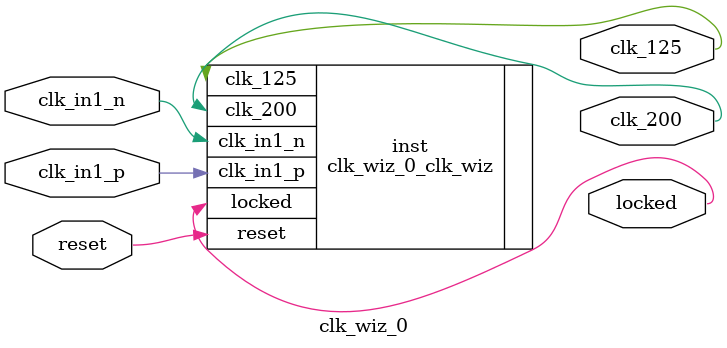
<source format=v>


`timescale 1ps/1ps

(* CORE_GENERATION_INFO = "clk_wiz_0,clk_wiz_v6_0_5_0_0,{component_name=clk_wiz_0,use_phase_alignment=true,use_min_o_jitter=true,use_max_i_jitter=false,use_dyn_phase_shift=false,use_inclk_switchover=false,use_dyn_reconfig=false,enable_axi=0,feedback_source=FDBK_AUTO,PRIMITIVE=MMCM,num_out_clk=2,clkin1_period=6.400,clkin2_period=10.000,use_power_down=false,use_reset=true,use_locked=true,use_inclk_stopped=false,feedback_type=SINGLE,CLOCK_MGR_TYPE=NA,manual_override=false}" *)

module clk_wiz_0 
 (
  // Clock out ports
  output        clk_200,
  output        clk_125,
  // Status and control signals
  input         reset,
  output        locked,
 // Clock in ports
  input         clk_in1_p,
  input         clk_in1_n
 );

  clk_wiz_0_clk_wiz inst
  (
  // Clock out ports  
  .clk_200(clk_200),
  .clk_125(clk_125),
  // Status and control signals               
  .reset(reset), 
  .locked(locked),
 // Clock in ports
  .clk_in1_p(clk_in1_p),
  .clk_in1_n(clk_in1_n)
  );

endmodule

</source>
